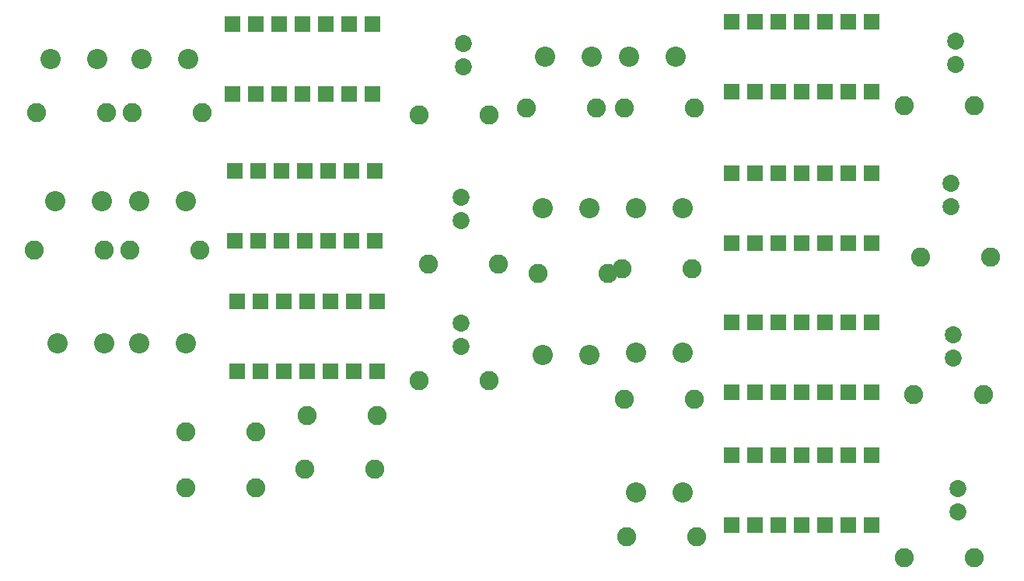
<source format=gbs>
G04 ---------------------------- Layer name :BOTTOM SOLDER LAYER*
G04 EasyEDA v5.8.19, Thu, 25 Oct 2018 10:51:22 GMT*
G04 dbc5b3cf56dc4cad89515a598e4c460e*
G04 Gerber Generator version 0.2*
G04 Scale: 100 percent, Rotated: No, Reflected: No *
G04 Dimensions in millimeters *
G04 leading zeros omitted , absolute positions ,3 integer and 3 decimal *
%FSLAX33Y33*%
%MOMM*%
G90*
G71D02*

%ADD18R,1.803400X1.803400*%
%ADD19C,2.203196*%
%ADD20C,2.082800*%
%ADD21C,1.854200*%

%LPD*%
G54D18*
G01X22860Y62484D03*
G01X25400Y62484D03*
G01X33020Y62484D03*
G01X35560Y62484D03*
G01X27940Y62484D03*
G01X30480Y62484D03*
G01X38100Y62484D03*
G01X38100Y70104D03*
G01X35560Y70104D03*
G01X33020Y70104D03*
G01X30480Y70104D03*
G01X27940Y70104D03*
G01X25400Y70104D03*
G01X22860Y70104D03*
G01X23368Y32258D03*
G01X25908Y32258D03*
G01X33528Y32258D03*
G01X36068Y32258D03*
G01X28448Y32258D03*
G01X30988Y32258D03*
G01X38608Y32258D03*
G01X38608Y39878D03*
G01X36068Y39878D03*
G01X33528Y39878D03*
G01X30988Y39878D03*
G01X28448Y39878D03*
G01X25908Y39878D03*
G01X23368Y39878D03*
G01X77216Y62738D03*
G01X79756Y62738D03*
G01X87376Y62738D03*
G01X89916Y62738D03*
G01X82296Y62738D03*
G01X84836Y62738D03*
G01X92456Y62738D03*
G01X92456Y70358D03*
G01X89916Y70358D03*
G01X87376Y70358D03*
G01X84836Y70358D03*
G01X82296Y70358D03*
G01X79756Y70358D03*
G01X77216Y70358D03*
G01X77216Y46228D03*
G01X79756Y46228D03*
G01X87376Y46228D03*
G01X89916Y46228D03*
G01X82296Y46228D03*
G01X84836Y46228D03*
G01X92456Y46228D03*
G01X92456Y53848D03*
G01X89916Y53848D03*
G01X87376Y53848D03*
G01X84836Y53848D03*
G01X82296Y53848D03*
G01X79756Y53848D03*
G01X77216Y53848D03*
G01X77216Y29972D03*
G01X79756Y29972D03*
G01X87376Y29972D03*
G01X89916Y29972D03*
G01X82296Y29972D03*
G01X84836Y29972D03*
G01X92456Y29972D03*
G01X92456Y37592D03*
G01X89916Y37592D03*
G01X87376Y37592D03*
G01X84836Y37592D03*
G01X82296Y37592D03*
G01X79756Y37592D03*
G01X77216Y37592D03*
G01X77216Y15494D03*
G01X79756Y15494D03*
G01X87376Y15494D03*
G01X89916Y15494D03*
G01X82296Y15494D03*
G01X84836Y15494D03*
G01X92456Y15494D03*
G01X92456Y23114D03*
G01X89916Y23114D03*
G01X87376Y23114D03*
G01X84836Y23114D03*
G01X82296Y23114D03*
G01X79756Y23114D03*
G01X77216Y23114D03*
G54D19*
G01X12954Y66294D03*
G01X18034Y66294D03*
G54D20*
G01X19558Y60452D03*
G01X11938Y60452D03*
G54D19*
G01X3048Y66294D03*
G01X8128Y66294D03*
G54D20*
G01X9144Y60452D03*
G01X1524Y60452D03*
G54D19*
G01X66040Y66548D03*
G01X71120Y66548D03*
G54D20*
G01X54864Y60960D03*
G01X62484Y60960D03*
G54D19*
G01X56896Y66548D03*
G01X61976Y66548D03*
G54D20*
G01X65532Y60960D03*
G01X73152Y60960D03*
G01X65786Y14224D03*
G01X73406Y14224D03*
G54D19*
G01X66802Y19050D03*
G01X71882Y19050D03*
G54D20*
G01X65532Y29210D03*
G01X73152Y29210D03*
G54D19*
G01X66802Y50038D03*
G01X71882Y50038D03*
G54D20*
G01X65278Y43434D03*
G01X72898Y43434D03*
G54D19*
G01X56642Y50038D03*
G01X61722Y50038D03*
G54D20*
G01X56134Y42926D03*
G01X63754Y42926D03*
G54D19*
G01X66802Y34290D03*
G01X71882Y34290D03*
G54D20*
G01X30988Y27432D03*
G01X38608Y27432D03*
G54D19*
G01X56642Y34036D03*
G01X61722Y34036D03*
G54D20*
G01X30734Y21590D03*
G01X38354Y21590D03*
G54D19*
G01X12700Y35306D03*
G01X17780Y35306D03*
G54D20*
G01X17780Y25654D03*
G01X25400Y25654D03*
G54D19*
G01X3810Y35306D03*
G01X8890Y35306D03*
G54D20*
G01X17780Y19558D03*
G01X25400Y19558D03*
G54D19*
G01X12700Y50800D03*
G01X17780Y50800D03*
G54D20*
G01X11684Y45466D03*
G01X19304Y45466D03*
G54D19*
G01X3556Y50800D03*
G01X8636Y50800D03*
G54D20*
G01X1270Y45466D03*
G01X8890Y45466D03*
G54D21*
G01X48006Y67975D03*
G01X48006Y65435D03*
G54D20*
G01X43180Y60198D03*
G01X50800Y60198D03*
G54D21*
G01X101600Y68229D03*
G01X101600Y65689D03*
G54D20*
G01X96012Y61214D03*
G01X103632Y61214D03*
G54D21*
G01X101854Y19461D03*
G01X101854Y16921D03*
G54D20*
G01X96012Y11938D03*
G01X103632Y11938D03*
G54D21*
G01X47752Y37495D03*
G01X47752Y34955D03*
G54D20*
G01X43180Y31242D03*
G01X50800Y31242D03*
G54D21*
G01X101346Y36225D03*
G01X101346Y33685D03*
G54D20*
G01X97028Y29718D03*
G01X104648Y29718D03*
G54D21*
G01X101092Y52735D03*
G01X101092Y50195D03*
G54D20*
G01X97790Y44704D03*
G01X105410Y44704D03*
G54D21*
G01X47752Y51211D03*
G01X47752Y48671D03*
G54D20*
G01X44196Y43942D03*
G01X51816Y43942D03*
G54D18*
G01X23114Y46482D03*
G01X25654Y46482D03*
G01X33274Y46482D03*
G01X35814Y46482D03*
G01X28194Y46482D03*
G01X30734Y46482D03*
G01X38354Y46482D03*
G01X38354Y54102D03*
G01X35814Y54102D03*
G01X33274Y54102D03*
G01X30734Y54102D03*
G01X28194Y54102D03*
G01X25654Y54102D03*
G01X23114Y54102D03*
M00*
M02*

</source>
